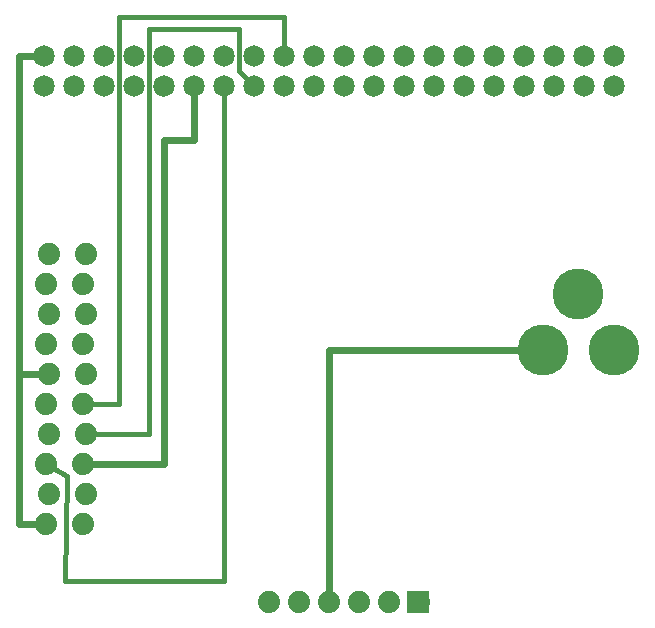
<source format=gbl>
G04 MADE WITH FRITZING*
G04 WWW.FRITZING.ORG*
G04 DOUBLE SIDED*
G04 HOLES PLATED*
G04 CONTOUR ON CENTER OF CONTOUR VECTOR*
%ASAXBY*%
%FSLAX23Y23*%
%MOIN*%
%OFA0B0*%
%SFA1.0B1.0*%
%ADD10C,0.170000*%
%ADD11C,0.074000*%
%ADD12C,0.071889*%
%ADD13C,0.071917*%
%ADD14C,0.024000*%
%ADD15C,0.016000*%
%ADD16R,0.001000X0.001000*%
%LNCOPPER0*%
G90*
G70*
G54D10*
X1797Y1087D03*
X2034Y1087D03*
X1915Y1272D03*
G54D11*
X1384Y247D03*
X1284Y247D03*
X1184Y247D03*
X1084Y247D03*
X984Y247D03*
X884Y247D03*
G54D12*
X134Y1967D03*
X234Y1967D03*
X334Y1967D03*
X434Y1967D03*
G54D13*
X534Y1967D03*
G54D12*
X634Y1967D03*
X734Y1967D03*
X834Y1967D03*
X934Y1967D03*
G54D13*
X1034Y1967D03*
G54D12*
X1134Y1967D03*
G54D13*
X1234Y1967D03*
G54D12*
X1334Y1967D03*
X1434Y1967D03*
X1534Y1967D03*
X1634Y1967D03*
G54D13*
X1734Y1967D03*
G54D12*
X1834Y1967D03*
X1934Y1967D03*
X2034Y1967D03*
X2034Y2067D03*
X1934Y2067D03*
X1834Y2067D03*
G54D13*
X1734Y2067D03*
G54D12*
X1634Y2067D03*
X1534Y2067D03*
X1434Y2067D03*
X1334Y2067D03*
G54D13*
X1234Y2067D03*
G54D12*
X1134Y2067D03*
G54D13*
X1034Y2067D03*
G54D12*
X934Y2067D03*
X834Y2067D03*
X734Y2067D03*
X634Y2067D03*
G54D13*
X534Y2067D03*
G54D12*
X434Y2067D03*
X334Y2067D03*
X234Y2067D03*
X134Y2067D03*
G54D11*
X264Y507D03*
X142Y507D03*
X274Y607D03*
X152Y607D03*
X264Y707D03*
X142Y707D03*
X274Y807D03*
X152Y807D03*
X264Y907D03*
X142Y907D03*
X274Y1007D03*
X152Y1007D03*
X264Y1107D03*
X142Y1107D03*
X274Y1207D03*
X152Y1207D03*
X264Y1307D03*
X142Y1307D03*
X274Y1407D03*
X152Y1407D03*
G54D14*
X1084Y1087D02*
X1084Y278D01*
D02*
X1727Y1087D02*
X1084Y1087D01*
D02*
X52Y507D02*
X110Y507D01*
D02*
X52Y2067D02*
X52Y1007D01*
D02*
X100Y2067D02*
X52Y2067D01*
D02*
X52Y1007D02*
X52Y507D01*
D02*
X52Y1007D02*
X120Y1007D01*
D02*
X634Y1934D02*
X635Y1786D01*
D02*
X534Y707D02*
X295Y707D01*
D02*
X534Y1786D02*
X534Y707D01*
D02*
X635Y1786D02*
X534Y1786D01*
G54D15*
D02*
X734Y318D02*
X205Y318D01*
D02*
X213Y666D02*
X164Y694D01*
D02*
X205Y318D02*
X213Y666D01*
D02*
X734Y1934D02*
X734Y318D01*
D02*
X784Y2017D02*
X784Y2156D01*
D02*
X784Y2156D02*
X485Y2156D01*
D02*
X485Y2156D02*
X485Y807D01*
D02*
X485Y807D02*
X305Y807D01*
D02*
X810Y1990D02*
X784Y2017D01*
D02*
X385Y2197D02*
X385Y907D01*
D02*
X385Y907D02*
X295Y907D01*
D02*
X934Y2100D02*
X934Y2197D01*
D02*
X934Y2197D02*
X385Y2197D01*
G54D16*
X1347Y284D02*
X1419Y284D01*
X1346Y283D02*
X1419Y283D01*
X1346Y282D02*
X1419Y282D01*
X1346Y281D02*
X1419Y281D01*
X1346Y280D02*
X1419Y280D01*
X1346Y279D02*
X1419Y279D01*
X1346Y278D02*
X1419Y278D01*
X1346Y277D02*
X1419Y277D01*
X1346Y276D02*
X1419Y276D01*
X1346Y275D02*
X1419Y275D01*
X1346Y274D02*
X1419Y274D01*
X1346Y273D02*
X1419Y273D01*
X1346Y272D02*
X1419Y272D01*
X1346Y271D02*
X1419Y271D01*
X1346Y270D02*
X1419Y270D01*
X1346Y269D02*
X1419Y269D01*
X1346Y268D02*
X1419Y268D01*
X1346Y267D02*
X1380Y267D01*
X1385Y267D02*
X1419Y267D01*
X1346Y266D02*
X1376Y266D01*
X1390Y266D02*
X1419Y266D01*
X1346Y265D02*
X1373Y265D01*
X1392Y265D02*
X1419Y265D01*
X1346Y264D02*
X1372Y264D01*
X1394Y264D02*
X1419Y264D01*
X1346Y263D02*
X1370Y263D01*
X1395Y263D02*
X1419Y263D01*
X1346Y262D02*
X1369Y262D01*
X1397Y262D02*
X1419Y262D01*
X1346Y261D02*
X1368Y261D01*
X1398Y261D02*
X1419Y261D01*
X1346Y260D02*
X1367Y260D01*
X1399Y260D02*
X1419Y260D01*
X1346Y259D02*
X1366Y259D01*
X1399Y259D02*
X1419Y259D01*
X1346Y258D02*
X1366Y258D01*
X1400Y258D02*
X1419Y258D01*
X1346Y257D02*
X1365Y257D01*
X1401Y257D02*
X1419Y257D01*
X1346Y256D02*
X1364Y256D01*
X1401Y256D02*
X1419Y256D01*
X1346Y255D02*
X1364Y255D01*
X1402Y255D02*
X1419Y255D01*
X1346Y254D02*
X1364Y254D01*
X1402Y254D02*
X1419Y254D01*
X1346Y253D02*
X1363Y253D01*
X1402Y253D02*
X1419Y253D01*
X1346Y252D02*
X1363Y252D01*
X1403Y252D02*
X1419Y252D01*
X1346Y251D02*
X1363Y251D01*
X1403Y251D02*
X1419Y251D01*
X1346Y250D02*
X1363Y250D01*
X1403Y250D02*
X1419Y250D01*
X1346Y249D02*
X1362Y249D01*
X1403Y249D02*
X1419Y249D01*
X1346Y248D02*
X1362Y248D01*
X1403Y248D02*
X1419Y248D01*
X1346Y247D02*
X1362Y247D01*
X1403Y247D02*
X1419Y247D01*
X1346Y246D02*
X1362Y246D01*
X1403Y246D02*
X1419Y246D01*
X1346Y245D02*
X1363Y245D01*
X1403Y245D02*
X1419Y245D01*
X1346Y244D02*
X1363Y244D01*
X1403Y244D02*
X1419Y244D01*
X1346Y243D02*
X1363Y243D01*
X1403Y243D02*
X1419Y243D01*
X1346Y242D02*
X1363Y242D01*
X1403Y242D02*
X1419Y242D01*
X1346Y241D02*
X1363Y241D01*
X1402Y241D02*
X1419Y241D01*
X1346Y240D02*
X1364Y240D01*
X1402Y240D02*
X1419Y240D01*
X1346Y239D02*
X1364Y239D01*
X1402Y239D02*
X1419Y239D01*
X1346Y238D02*
X1365Y238D01*
X1401Y238D02*
X1419Y238D01*
X1346Y237D02*
X1365Y237D01*
X1400Y237D02*
X1419Y237D01*
X1346Y236D02*
X1366Y236D01*
X1400Y236D02*
X1419Y236D01*
X1346Y235D02*
X1367Y235D01*
X1399Y235D02*
X1419Y235D01*
X1346Y234D02*
X1367Y234D01*
X1398Y234D02*
X1419Y234D01*
X1346Y233D02*
X1368Y233D01*
X1397Y233D02*
X1419Y233D01*
X1346Y232D02*
X1369Y232D01*
X1396Y232D02*
X1419Y232D01*
X1346Y231D02*
X1371Y231D01*
X1395Y231D02*
X1419Y231D01*
X1346Y230D02*
X1372Y230D01*
X1393Y230D02*
X1419Y230D01*
X1346Y229D02*
X1374Y229D01*
X1392Y229D02*
X1419Y229D01*
X1346Y228D02*
X1377Y228D01*
X1389Y228D02*
X1419Y228D01*
X1346Y227D02*
X1419Y227D01*
X1346Y226D02*
X1419Y226D01*
X1346Y225D02*
X1419Y225D01*
X1346Y224D02*
X1419Y224D01*
X1346Y223D02*
X1419Y223D01*
X1346Y222D02*
X1419Y222D01*
X1346Y221D02*
X1419Y221D01*
X1346Y220D02*
X1419Y220D01*
X1346Y219D02*
X1419Y219D01*
X1346Y218D02*
X1419Y218D01*
X1346Y217D02*
X1419Y217D01*
X1346Y216D02*
X1419Y216D01*
X1346Y215D02*
X1419Y215D01*
X1346Y214D02*
X1419Y214D01*
X1346Y213D02*
X1419Y213D01*
X1346Y212D02*
X1419Y212D01*
X1346Y211D02*
X1419Y211D01*
D02*
G04 End of Copper0*
M02*
</source>
